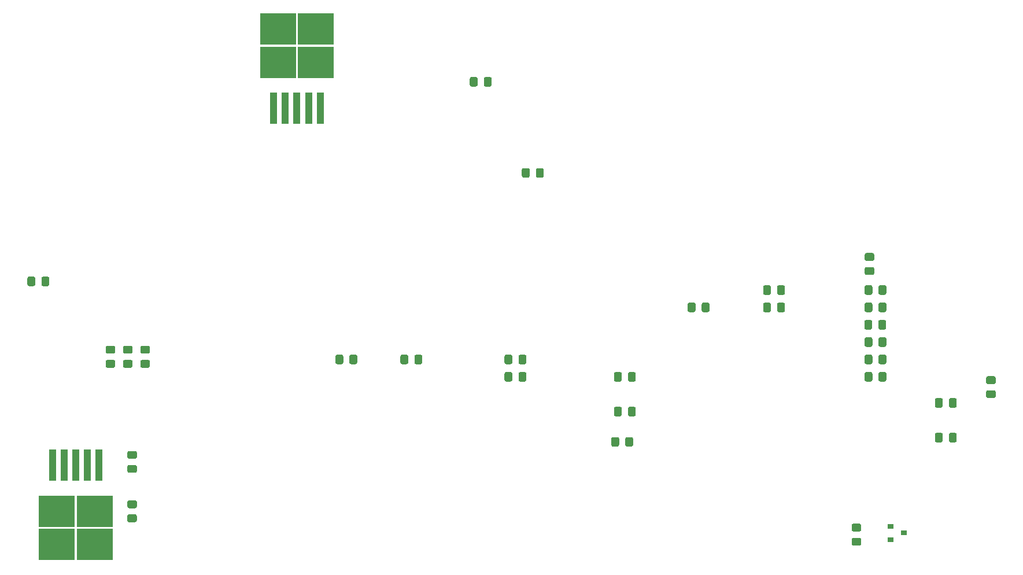
<source format=gbr>
%TF.GenerationSoftware,KiCad,Pcbnew,5.1.6-c6e7f7d~86~ubuntu18.04.1*%
%TF.CreationDate,2020-06-01T12:36:53+02:00*%
%TF.ProjectId,UPC-EURS,5550432d-4555-4525-932e-6b696361645f,rev?*%
%TF.SameCoordinates,Original*%
%TF.FileFunction,Paste,Top*%
%TF.FilePolarity,Positive*%
%FSLAX46Y46*%
G04 Gerber Fmt 4.6, Leading zero omitted, Abs format (unit mm)*
G04 Created by KiCad (PCBNEW 5.1.6-c6e7f7d~86~ubuntu18.04.1) date 2020-06-01 12:36:53*
%MOMM*%
%LPD*%
G01*
G04 APERTURE LIST*
%ADD10R,5.250000X4.550000*%
%ADD11R,1.100000X4.600000*%
%ADD12R,0.900000X0.800000*%
G04 APERTURE END LIST*
D10*
%TO.C,U1*%
X65189000Y-102235000D03*
X70739000Y-107085000D03*
X70739000Y-102235000D03*
X65189000Y-107085000D03*
D11*
X64564000Y-95510000D03*
X66264000Y-95510000D03*
X67964000Y-95510000D03*
X69664000Y-95510000D03*
X71364000Y-95510000D03*
%TD*%
%TO.C,R23*%
G36*
G01*
X169730000Y-71939999D02*
X169730000Y-72840001D01*
G75*
G02*
X169480001Y-73090000I-249999J0D01*
G01*
X168829999Y-73090000D01*
G75*
G02*
X168580000Y-72840001I0J249999D01*
G01*
X168580000Y-71939999D01*
G75*
G02*
X168829999Y-71690000I249999J0D01*
G01*
X169480001Y-71690000D01*
G75*
G02*
X169730000Y-71939999I0J-249999D01*
G01*
G37*
G36*
G01*
X171780000Y-71939999D02*
X171780000Y-72840001D01*
G75*
G02*
X171530001Y-73090000I-249999J0D01*
G01*
X170879999Y-73090000D01*
G75*
G02*
X170630000Y-72840001I0J249999D01*
G01*
X170630000Y-71939999D01*
G75*
G02*
X170879999Y-71690000I249999J0D01*
G01*
X171530001Y-71690000D01*
G75*
G02*
X171780000Y-71939999I0J-249999D01*
G01*
G37*
%TD*%
%TO.C,R22*%
G36*
G01*
X169730000Y-69399999D02*
X169730000Y-70300001D01*
G75*
G02*
X169480001Y-70550000I-249999J0D01*
G01*
X168829999Y-70550000D01*
G75*
G02*
X168580000Y-70300001I0J249999D01*
G01*
X168580000Y-69399999D01*
G75*
G02*
X168829999Y-69150000I249999J0D01*
G01*
X169480001Y-69150000D01*
G75*
G02*
X169730000Y-69399999I0J-249999D01*
G01*
G37*
G36*
G01*
X171780000Y-69399999D02*
X171780000Y-70300001D01*
G75*
G02*
X171530001Y-70550000I-249999J0D01*
G01*
X170879999Y-70550000D01*
G75*
G02*
X170630000Y-70300001I0J249999D01*
G01*
X170630000Y-69399999D01*
G75*
G02*
X170879999Y-69150000I249999J0D01*
G01*
X171530001Y-69150000D01*
G75*
G02*
X171780000Y-69399999I0J-249999D01*
G01*
G37*
%TD*%
%TO.C,R21*%
G36*
G01*
X159590000Y-72840001D02*
X159590000Y-71939999D01*
G75*
G02*
X159839999Y-71690000I249999J0D01*
G01*
X160490001Y-71690000D01*
G75*
G02*
X160740000Y-71939999I0J-249999D01*
G01*
X160740000Y-72840001D01*
G75*
G02*
X160490001Y-73090000I-249999J0D01*
G01*
X159839999Y-73090000D01*
G75*
G02*
X159590000Y-72840001I0J249999D01*
G01*
G37*
G36*
G01*
X157540000Y-72840001D02*
X157540000Y-71939999D01*
G75*
G02*
X157789999Y-71690000I249999J0D01*
G01*
X158440001Y-71690000D01*
G75*
G02*
X158690000Y-71939999I0J-249999D01*
G01*
X158690000Y-72840001D01*
G75*
G02*
X158440001Y-73090000I-249999J0D01*
G01*
X157789999Y-73090000D01*
G75*
G02*
X157540000Y-72840001I0J249999D01*
G01*
G37*
%TD*%
%TO.C,R20*%
G36*
G01*
X135315000Y-53155001D02*
X135315000Y-52254999D01*
G75*
G02*
X135564999Y-52005000I249999J0D01*
G01*
X136215001Y-52005000D01*
G75*
G02*
X136465000Y-52254999I0J-249999D01*
G01*
X136465000Y-53155001D01*
G75*
G02*
X136215001Y-53405000I-249999J0D01*
G01*
X135564999Y-53405000D01*
G75*
G02*
X135315000Y-53155001I0J249999D01*
G01*
G37*
G36*
G01*
X133265000Y-53155001D02*
X133265000Y-52254999D01*
G75*
G02*
X133514999Y-52005000I249999J0D01*
G01*
X134165001Y-52005000D01*
G75*
G02*
X134415000Y-52254999I0J-249999D01*
G01*
X134415000Y-53155001D01*
G75*
G02*
X134165001Y-53405000I-249999J0D01*
G01*
X133514999Y-53405000D01*
G75*
G02*
X133265000Y-53155001I0J249999D01*
G01*
G37*
%TD*%
%TO.C,R19*%
G36*
G01*
X182695001Y-105205000D02*
X181794999Y-105205000D01*
G75*
G02*
X181545000Y-104955001I0J249999D01*
G01*
X181545000Y-104304999D01*
G75*
G02*
X181794999Y-104055000I249999J0D01*
G01*
X182695001Y-104055000D01*
G75*
G02*
X182945000Y-104304999I0J-249999D01*
G01*
X182945000Y-104955001D01*
G75*
G02*
X182695001Y-105205000I-249999J0D01*
G01*
G37*
G36*
G01*
X182695001Y-107255000D02*
X181794999Y-107255000D01*
G75*
G02*
X181545000Y-107005001I0J249999D01*
G01*
X181545000Y-106354999D01*
G75*
G02*
X181794999Y-106105000I249999J0D01*
G01*
X182695001Y-106105000D01*
G75*
G02*
X182945000Y-106354999I0J-249999D01*
G01*
X182945000Y-107005001D01*
G75*
G02*
X182695001Y-107255000I-249999J0D01*
G01*
G37*
%TD*%
%TO.C,R18*%
G36*
G01*
X184580000Y-71939999D02*
X184580000Y-72840001D01*
G75*
G02*
X184330001Y-73090000I-249999J0D01*
G01*
X183679999Y-73090000D01*
G75*
G02*
X183430000Y-72840001I0J249999D01*
G01*
X183430000Y-71939999D01*
G75*
G02*
X183679999Y-71690000I249999J0D01*
G01*
X184330001Y-71690000D01*
G75*
G02*
X184580000Y-71939999I0J-249999D01*
G01*
G37*
G36*
G01*
X186630000Y-71939999D02*
X186630000Y-72840001D01*
G75*
G02*
X186380001Y-73090000I-249999J0D01*
G01*
X185729999Y-73090000D01*
G75*
G02*
X185480000Y-72840001I0J249999D01*
G01*
X185480000Y-71939999D01*
G75*
G02*
X185729999Y-71690000I249999J0D01*
G01*
X186380001Y-71690000D01*
G75*
G02*
X186630000Y-71939999I0J-249999D01*
G01*
G37*
%TD*%
%TO.C,R17*%
G36*
G01*
X185453000Y-75380001D02*
X185453000Y-74479999D01*
G75*
G02*
X185702999Y-74230000I249999J0D01*
G01*
X186353001Y-74230000D01*
G75*
G02*
X186603000Y-74479999I0J-249999D01*
G01*
X186603000Y-75380001D01*
G75*
G02*
X186353001Y-75630000I-249999J0D01*
G01*
X185702999Y-75630000D01*
G75*
G02*
X185453000Y-75380001I0J249999D01*
G01*
G37*
G36*
G01*
X183403000Y-75380001D02*
X183403000Y-74479999D01*
G75*
G02*
X183652999Y-74230000I249999J0D01*
G01*
X184303001Y-74230000D01*
G75*
G02*
X184553000Y-74479999I0J-249999D01*
G01*
X184553000Y-75380001D01*
G75*
G02*
X184303001Y-75630000I-249999J0D01*
G01*
X183652999Y-75630000D01*
G75*
G02*
X183403000Y-75380001I0J249999D01*
G01*
G37*
%TD*%
%TO.C,R16*%
G36*
G01*
X184580000Y-69399999D02*
X184580000Y-70300001D01*
G75*
G02*
X184330001Y-70550000I-249999J0D01*
G01*
X183679999Y-70550000D01*
G75*
G02*
X183430000Y-70300001I0J249999D01*
G01*
X183430000Y-69399999D01*
G75*
G02*
X183679999Y-69150000I249999J0D01*
G01*
X184330001Y-69150000D01*
G75*
G02*
X184580000Y-69399999I0J-249999D01*
G01*
G37*
G36*
G01*
X186630000Y-69399999D02*
X186630000Y-70300001D01*
G75*
G02*
X186380001Y-70550000I-249999J0D01*
G01*
X185729999Y-70550000D01*
G75*
G02*
X185480000Y-70300001I0J249999D01*
G01*
X185480000Y-69399999D01*
G75*
G02*
X185729999Y-69150000I249999J0D01*
G01*
X186380001Y-69150000D01*
G75*
G02*
X186630000Y-69399999I0J-249999D01*
G01*
G37*
%TD*%
%TO.C,R15*%
G36*
G01*
X73475001Y-79170000D02*
X72574999Y-79170000D01*
G75*
G02*
X72325000Y-78920001I0J249999D01*
G01*
X72325000Y-78269999D01*
G75*
G02*
X72574999Y-78020000I249999J0D01*
G01*
X73475001Y-78020000D01*
G75*
G02*
X73725000Y-78269999I0J-249999D01*
G01*
X73725000Y-78920001D01*
G75*
G02*
X73475001Y-79170000I-249999J0D01*
G01*
G37*
G36*
G01*
X73475001Y-81220000D02*
X72574999Y-81220000D01*
G75*
G02*
X72325000Y-80970001I0J249999D01*
G01*
X72325000Y-80319999D01*
G75*
G02*
X72574999Y-80070000I249999J0D01*
G01*
X73475001Y-80070000D01*
G75*
G02*
X73725000Y-80319999I0J-249999D01*
G01*
X73725000Y-80970001D01*
G75*
G02*
X73475001Y-81220000I-249999J0D01*
G01*
G37*
%TD*%
%TO.C,R14*%
G36*
G01*
X77654999Y-80070000D02*
X78555001Y-80070000D01*
G75*
G02*
X78805000Y-80319999I0J-249999D01*
G01*
X78805000Y-80970001D01*
G75*
G02*
X78555001Y-81220000I-249999J0D01*
G01*
X77654999Y-81220000D01*
G75*
G02*
X77405000Y-80970001I0J249999D01*
G01*
X77405000Y-80319999D01*
G75*
G02*
X77654999Y-80070000I249999J0D01*
G01*
G37*
G36*
G01*
X77654999Y-78020000D02*
X78555001Y-78020000D01*
G75*
G02*
X78805000Y-78269999I0J-249999D01*
G01*
X78805000Y-78920001D01*
G75*
G02*
X78555001Y-79170000I-249999J0D01*
G01*
X77654999Y-79170000D01*
G75*
G02*
X77405000Y-78920001I0J249999D01*
G01*
X77405000Y-78269999D01*
G75*
G02*
X77654999Y-78020000I249999J0D01*
G01*
G37*
%TD*%
%TO.C,R13*%
G36*
G01*
X184580000Y-79559999D02*
X184580000Y-80460001D01*
G75*
G02*
X184330001Y-80710000I-249999J0D01*
G01*
X183679999Y-80710000D01*
G75*
G02*
X183430000Y-80460001I0J249999D01*
G01*
X183430000Y-79559999D01*
G75*
G02*
X183679999Y-79310000I249999J0D01*
G01*
X184330001Y-79310000D01*
G75*
G02*
X184580000Y-79559999I0J-249999D01*
G01*
G37*
G36*
G01*
X186630000Y-79559999D02*
X186630000Y-80460001D01*
G75*
G02*
X186380001Y-80710000I-249999J0D01*
G01*
X185729999Y-80710000D01*
G75*
G02*
X185480000Y-80460001I0J249999D01*
G01*
X185480000Y-79559999D01*
G75*
G02*
X185729999Y-79310000I249999J0D01*
G01*
X186380001Y-79310000D01*
G75*
G02*
X186630000Y-79559999I0J-249999D01*
G01*
G37*
%TD*%
%TO.C,R12*%
G36*
G01*
X185480000Y-77920001D02*
X185480000Y-77019999D01*
G75*
G02*
X185729999Y-76770000I249999J0D01*
G01*
X186380001Y-76770000D01*
G75*
G02*
X186630000Y-77019999I0J-249999D01*
G01*
X186630000Y-77920001D01*
G75*
G02*
X186380001Y-78170000I-249999J0D01*
G01*
X185729999Y-78170000D01*
G75*
G02*
X185480000Y-77920001I0J249999D01*
G01*
G37*
G36*
G01*
X183430000Y-77920001D02*
X183430000Y-77019999D01*
G75*
G02*
X183679999Y-76770000I249999J0D01*
G01*
X184330001Y-76770000D01*
G75*
G02*
X184580000Y-77019999I0J-249999D01*
G01*
X184580000Y-77920001D01*
G75*
G02*
X184330001Y-78170000I-249999J0D01*
G01*
X183679999Y-78170000D01*
G75*
G02*
X183430000Y-77920001I0J249999D01*
G01*
G37*
%TD*%
%TO.C,R11*%
G36*
G01*
X75114999Y-80070000D02*
X76015001Y-80070000D01*
G75*
G02*
X76265000Y-80319999I0J-249999D01*
G01*
X76265000Y-80970001D01*
G75*
G02*
X76015001Y-81220000I-249999J0D01*
G01*
X75114999Y-81220000D01*
G75*
G02*
X74865000Y-80970001I0J249999D01*
G01*
X74865000Y-80319999D01*
G75*
G02*
X75114999Y-80070000I249999J0D01*
G01*
G37*
G36*
G01*
X75114999Y-78020000D02*
X76015001Y-78020000D01*
G75*
G02*
X76265000Y-78269999I0J-249999D01*
G01*
X76265000Y-78920001D01*
G75*
G02*
X76015001Y-79170000I-249999J0D01*
G01*
X75114999Y-79170000D01*
G75*
G02*
X74865000Y-78920001I0J249999D01*
G01*
X74865000Y-78269999D01*
G75*
G02*
X75114999Y-78020000I249999J0D01*
G01*
G37*
%TD*%
%TO.C,R10*%
G36*
G01*
X184580000Y-82099999D02*
X184580000Y-83000001D01*
G75*
G02*
X184330001Y-83250000I-249999J0D01*
G01*
X183679999Y-83250000D01*
G75*
G02*
X183430000Y-83000001I0J249999D01*
G01*
X183430000Y-82099999D01*
G75*
G02*
X183679999Y-81850000I249999J0D01*
G01*
X184330001Y-81850000D01*
G75*
G02*
X184580000Y-82099999I0J-249999D01*
G01*
G37*
G36*
G01*
X186630000Y-82099999D02*
X186630000Y-83000001D01*
G75*
G02*
X186380001Y-83250000I-249999J0D01*
G01*
X185729999Y-83250000D01*
G75*
G02*
X185480000Y-83000001I0J249999D01*
G01*
X185480000Y-82099999D01*
G75*
G02*
X185729999Y-81850000I249999J0D01*
G01*
X186380001Y-81850000D01*
G75*
G02*
X186630000Y-82099999I0J-249999D01*
G01*
G37*
%TD*%
%TO.C,R9*%
G36*
G01*
X75749999Y-95455000D02*
X76650001Y-95455000D01*
G75*
G02*
X76900000Y-95704999I0J-249999D01*
G01*
X76900000Y-96355001D01*
G75*
G02*
X76650001Y-96605000I-249999J0D01*
G01*
X75749999Y-96605000D01*
G75*
G02*
X75500000Y-96355001I0J249999D01*
G01*
X75500000Y-95704999D01*
G75*
G02*
X75749999Y-95455000I249999J0D01*
G01*
G37*
G36*
G01*
X75749999Y-93405000D02*
X76650001Y-93405000D01*
G75*
G02*
X76900000Y-93654999I0J-249999D01*
G01*
X76900000Y-94305001D01*
G75*
G02*
X76650001Y-94555000I-249999J0D01*
G01*
X75749999Y-94555000D01*
G75*
G02*
X75500000Y-94305001I0J249999D01*
G01*
X75500000Y-93654999D01*
G75*
G02*
X75749999Y-93405000I249999J0D01*
G01*
G37*
%TD*%
D12*
%TO.C,Q1*%
X189230000Y-105410000D03*
X187230000Y-106360000D03*
X187230000Y-104460000D03*
%TD*%
%TO.C,C8*%
G36*
G01*
X75749999Y-102685000D02*
X76650001Y-102685000D01*
G75*
G02*
X76900000Y-102934999I0J-249999D01*
G01*
X76900000Y-103585001D01*
G75*
G02*
X76650001Y-103835000I-249999J0D01*
G01*
X75749999Y-103835000D01*
G75*
G02*
X75500000Y-103585001I0J249999D01*
G01*
X75500000Y-102934999D01*
G75*
G02*
X75749999Y-102685000I249999J0D01*
G01*
G37*
G36*
G01*
X75749999Y-100635000D02*
X76650001Y-100635000D01*
G75*
G02*
X76900000Y-100884999I0J-249999D01*
G01*
X76900000Y-101535001D01*
G75*
G02*
X76650001Y-101785000I-249999J0D01*
G01*
X75749999Y-101785000D01*
G75*
G02*
X75500000Y-101535001I0J249999D01*
G01*
X75500000Y-100884999D01*
G75*
G02*
X75749999Y-100635000I249999J0D01*
G01*
G37*
%TD*%
%TO.C,C7*%
G36*
G01*
X62925000Y-69030001D02*
X62925000Y-68129999D01*
G75*
G02*
X63174999Y-67880000I249999J0D01*
G01*
X63825001Y-67880000D01*
G75*
G02*
X64075000Y-68129999I0J-249999D01*
G01*
X64075000Y-69030001D01*
G75*
G02*
X63825001Y-69280000I-249999J0D01*
G01*
X63174999Y-69280000D01*
G75*
G02*
X62925000Y-69030001I0J249999D01*
G01*
G37*
G36*
G01*
X60875000Y-69030001D02*
X60875000Y-68129999D01*
G75*
G02*
X61124999Y-67880000I249999J0D01*
G01*
X61775001Y-67880000D01*
G75*
G02*
X62025000Y-68129999I0J-249999D01*
G01*
X62025000Y-69030001D01*
G75*
G02*
X61775001Y-69280000I-249999J0D01*
G01*
X61124999Y-69280000D01*
G75*
G02*
X60875000Y-69030001I0J249999D01*
G01*
G37*
%TD*%
%TO.C,C3*%
G36*
G01*
X184600001Y-65590000D02*
X183699999Y-65590000D01*
G75*
G02*
X183450000Y-65340001I0J249999D01*
G01*
X183450000Y-64689999D01*
G75*
G02*
X183699999Y-64440000I249999J0D01*
G01*
X184600001Y-64440000D01*
G75*
G02*
X184850000Y-64689999I0J-249999D01*
G01*
X184850000Y-65340001D01*
G75*
G02*
X184600001Y-65590000I-249999J0D01*
G01*
G37*
G36*
G01*
X184600001Y-67640000D02*
X183699999Y-67640000D01*
G75*
G02*
X183450000Y-67390001I0J249999D01*
G01*
X183450000Y-66739999D01*
G75*
G02*
X183699999Y-66490000I249999J0D01*
G01*
X184600001Y-66490000D01*
G75*
G02*
X184850000Y-66739999I0J-249999D01*
G01*
X184850000Y-67390001D01*
G75*
G02*
X184600001Y-67640000I-249999J0D01*
G01*
G37*
%TD*%
%TO.C,C4*%
G36*
G01*
X125645000Y-39820001D02*
X125645000Y-38919999D01*
G75*
G02*
X125894999Y-38670000I249999J0D01*
G01*
X126545001Y-38670000D01*
G75*
G02*
X126795000Y-38919999I0J-249999D01*
G01*
X126795000Y-39820001D01*
G75*
G02*
X126545001Y-40070000I-249999J0D01*
G01*
X125894999Y-40070000D01*
G75*
G02*
X125645000Y-39820001I0J249999D01*
G01*
G37*
G36*
G01*
X127695000Y-39820001D02*
X127695000Y-38919999D01*
G75*
G02*
X127944999Y-38670000I249999J0D01*
G01*
X128595001Y-38670000D01*
G75*
G02*
X128845000Y-38919999I0J-249999D01*
G01*
X128845000Y-39820001D01*
G75*
G02*
X128595001Y-40070000I-249999J0D01*
G01*
X127944999Y-40070000D01*
G75*
G02*
X127695000Y-39820001I0J249999D01*
G01*
G37*
%TD*%
%TO.C,C6*%
G36*
G01*
X149555000Y-91624999D02*
X149555000Y-92525001D01*
G75*
G02*
X149305001Y-92775000I-249999J0D01*
G01*
X148654999Y-92775000D01*
G75*
G02*
X148405000Y-92525001I0J249999D01*
G01*
X148405000Y-91624999D01*
G75*
G02*
X148654999Y-91375000I249999J0D01*
G01*
X149305001Y-91375000D01*
G75*
G02*
X149555000Y-91624999I0J-249999D01*
G01*
G37*
G36*
G01*
X147505000Y-91624999D02*
X147505000Y-92525001D01*
G75*
G02*
X147255001Y-92775000I-249999J0D01*
G01*
X146604999Y-92775000D01*
G75*
G02*
X146355000Y-92525001I0J249999D01*
G01*
X146355000Y-91624999D01*
G75*
G02*
X146604999Y-91375000I249999J0D01*
G01*
X147255001Y-91375000D01*
G75*
G02*
X147505000Y-91624999I0J-249999D01*
G01*
G37*
%TD*%
%TO.C,R1*%
G36*
G01*
X131875000Y-82099999D02*
X131875000Y-83000001D01*
G75*
G02*
X131625001Y-83250000I-249999J0D01*
G01*
X130974999Y-83250000D01*
G75*
G02*
X130725000Y-83000001I0J249999D01*
G01*
X130725000Y-82099999D01*
G75*
G02*
X130974999Y-81850000I249999J0D01*
G01*
X131625001Y-81850000D01*
G75*
G02*
X131875000Y-82099999I0J-249999D01*
G01*
G37*
G36*
G01*
X133925000Y-82099999D02*
X133925000Y-83000001D01*
G75*
G02*
X133675001Y-83250000I-249999J0D01*
G01*
X133024999Y-83250000D01*
G75*
G02*
X132775000Y-83000001I0J249999D01*
G01*
X132775000Y-82099999D01*
G75*
G02*
X133024999Y-81850000I249999J0D01*
G01*
X133675001Y-81850000D01*
G75*
G02*
X133925000Y-82099999I0J-249999D01*
G01*
G37*
%TD*%
%TO.C,R2*%
G36*
G01*
X115485000Y-80460001D02*
X115485000Y-79559999D01*
G75*
G02*
X115734999Y-79310000I249999J0D01*
G01*
X116385001Y-79310000D01*
G75*
G02*
X116635000Y-79559999I0J-249999D01*
G01*
X116635000Y-80460001D01*
G75*
G02*
X116385001Y-80710000I-249999J0D01*
G01*
X115734999Y-80710000D01*
G75*
G02*
X115485000Y-80460001I0J249999D01*
G01*
G37*
G36*
G01*
X117535000Y-80460001D02*
X117535000Y-79559999D01*
G75*
G02*
X117784999Y-79310000I249999J0D01*
G01*
X118435001Y-79310000D01*
G75*
G02*
X118685000Y-79559999I0J-249999D01*
G01*
X118685000Y-80460001D01*
G75*
G02*
X118435001Y-80710000I-249999J0D01*
G01*
X117784999Y-80710000D01*
G75*
G02*
X117535000Y-80460001I0J249999D01*
G01*
G37*
%TD*%
%TO.C,R3*%
G36*
G01*
X132775000Y-80460001D02*
X132775000Y-79559999D01*
G75*
G02*
X133024999Y-79310000I249999J0D01*
G01*
X133675001Y-79310000D01*
G75*
G02*
X133925000Y-79559999I0J-249999D01*
G01*
X133925000Y-80460001D01*
G75*
G02*
X133675001Y-80710000I-249999J0D01*
G01*
X133024999Y-80710000D01*
G75*
G02*
X132775000Y-80460001I0J249999D01*
G01*
G37*
G36*
G01*
X130725000Y-80460001D02*
X130725000Y-79559999D01*
G75*
G02*
X130974999Y-79310000I249999J0D01*
G01*
X131625001Y-79310000D01*
G75*
G02*
X131875000Y-79559999I0J-249999D01*
G01*
X131875000Y-80460001D01*
G75*
G02*
X131625001Y-80710000I-249999J0D01*
G01*
X130974999Y-80710000D01*
G75*
G02*
X130725000Y-80460001I0J249999D01*
G01*
G37*
%TD*%
%TO.C,R4*%
G36*
G01*
X147895000Y-82099999D02*
X147895000Y-83000001D01*
G75*
G02*
X147645001Y-83250000I-249999J0D01*
G01*
X146994999Y-83250000D01*
G75*
G02*
X146745000Y-83000001I0J249999D01*
G01*
X146745000Y-82099999D01*
G75*
G02*
X146994999Y-81850000I249999J0D01*
G01*
X147645001Y-81850000D01*
G75*
G02*
X147895000Y-82099999I0J-249999D01*
G01*
G37*
G36*
G01*
X149945000Y-82099999D02*
X149945000Y-83000001D01*
G75*
G02*
X149695001Y-83250000I-249999J0D01*
G01*
X149044999Y-83250000D01*
G75*
G02*
X148795000Y-83000001I0J249999D01*
G01*
X148795000Y-82099999D01*
G75*
G02*
X149044999Y-81850000I249999J0D01*
G01*
X149695001Y-81850000D01*
G75*
G02*
X149945000Y-82099999I0J-249999D01*
G01*
G37*
%TD*%
%TO.C,R5*%
G36*
G01*
X201479999Y-82465000D02*
X202380001Y-82465000D01*
G75*
G02*
X202630000Y-82714999I0J-249999D01*
G01*
X202630000Y-83365001D01*
G75*
G02*
X202380001Y-83615000I-249999J0D01*
G01*
X201479999Y-83615000D01*
G75*
G02*
X201230000Y-83365001I0J249999D01*
G01*
X201230000Y-82714999D01*
G75*
G02*
X201479999Y-82465000I249999J0D01*
G01*
G37*
G36*
G01*
X201479999Y-84515000D02*
X202380001Y-84515000D01*
G75*
G02*
X202630000Y-84764999I0J-249999D01*
G01*
X202630000Y-85415001D01*
G75*
G02*
X202380001Y-85665000I-249999J0D01*
G01*
X201479999Y-85665000D01*
G75*
G02*
X201230000Y-85415001I0J249999D01*
G01*
X201230000Y-84764999D01*
G75*
G02*
X201479999Y-84515000I249999J0D01*
G01*
G37*
%TD*%
%TO.C,R6*%
G36*
G01*
X149945000Y-87179999D02*
X149945000Y-88080001D01*
G75*
G02*
X149695001Y-88330000I-249999J0D01*
G01*
X149044999Y-88330000D01*
G75*
G02*
X148795000Y-88080001I0J249999D01*
G01*
X148795000Y-87179999D01*
G75*
G02*
X149044999Y-86930000I249999J0D01*
G01*
X149695001Y-86930000D01*
G75*
G02*
X149945000Y-87179999I0J-249999D01*
G01*
G37*
G36*
G01*
X147895000Y-87179999D02*
X147895000Y-88080001D01*
G75*
G02*
X147645001Y-88330000I-249999J0D01*
G01*
X146994999Y-88330000D01*
G75*
G02*
X146745000Y-88080001I0J249999D01*
G01*
X146745000Y-87179999D01*
G75*
G02*
X146994999Y-86930000I249999J0D01*
G01*
X147645001Y-86930000D01*
G75*
G02*
X147895000Y-87179999I0J-249999D01*
G01*
G37*
%TD*%
%TO.C,R7*%
G36*
G01*
X194885000Y-85909999D02*
X194885000Y-86810001D01*
G75*
G02*
X194635001Y-87060000I-249999J0D01*
G01*
X193984999Y-87060000D01*
G75*
G02*
X193735000Y-86810001I0J249999D01*
G01*
X193735000Y-85909999D01*
G75*
G02*
X193984999Y-85660000I249999J0D01*
G01*
X194635001Y-85660000D01*
G75*
G02*
X194885000Y-85909999I0J-249999D01*
G01*
G37*
G36*
G01*
X196935000Y-85909999D02*
X196935000Y-86810001D01*
G75*
G02*
X196685001Y-87060000I-249999J0D01*
G01*
X196034999Y-87060000D01*
G75*
G02*
X195785000Y-86810001I0J249999D01*
G01*
X195785000Y-85909999D01*
G75*
G02*
X196034999Y-85660000I249999J0D01*
G01*
X196685001Y-85660000D01*
G75*
G02*
X196935000Y-85909999I0J-249999D01*
G01*
G37*
%TD*%
%TO.C,R8*%
G36*
G01*
X196935000Y-90989999D02*
X196935000Y-91890001D01*
G75*
G02*
X196685001Y-92140000I-249999J0D01*
G01*
X196034999Y-92140000D01*
G75*
G02*
X195785000Y-91890001I0J249999D01*
G01*
X195785000Y-90989999D01*
G75*
G02*
X196034999Y-90740000I249999J0D01*
G01*
X196685001Y-90740000D01*
G75*
G02*
X196935000Y-90989999I0J-249999D01*
G01*
G37*
G36*
G01*
X194885000Y-90989999D02*
X194885000Y-91890001D01*
G75*
G02*
X194635001Y-92140000I-249999J0D01*
G01*
X193984999Y-92140000D01*
G75*
G02*
X193735000Y-91890001I0J249999D01*
G01*
X193735000Y-90989999D01*
G75*
G02*
X193984999Y-90740000I249999J0D01*
G01*
X194635001Y-90740000D01*
G75*
G02*
X194885000Y-90989999I0J-249999D01*
G01*
G37*
%TD*%
%TO.C,C9*%
G36*
G01*
X109160000Y-79559999D02*
X109160000Y-80460001D01*
G75*
G02*
X108910001Y-80710000I-249999J0D01*
G01*
X108259999Y-80710000D01*
G75*
G02*
X108010000Y-80460001I0J249999D01*
G01*
X108010000Y-79559999D01*
G75*
G02*
X108259999Y-79310000I249999J0D01*
G01*
X108910001Y-79310000D01*
G75*
G02*
X109160000Y-79559999I0J-249999D01*
G01*
G37*
G36*
G01*
X107110000Y-79559999D02*
X107110000Y-80460001D01*
G75*
G02*
X106860001Y-80710000I-249999J0D01*
G01*
X106209999Y-80710000D01*
G75*
G02*
X105960000Y-80460001I0J249999D01*
G01*
X105960000Y-79559999D01*
G75*
G02*
X106209999Y-79310000I249999J0D01*
G01*
X106860001Y-79310000D01*
G75*
G02*
X107110000Y-79559999I0J-249999D01*
G01*
G37*
%TD*%
D11*
%TO.C,U2*%
X96930000Y-43240000D03*
X98630000Y-43240000D03*
X100330000Y-43240000D03*
X102030000Y-43240000D03*
X103730000Y-43240000D03*
D10*
X103105000Y-31665000D03*
X97555000Y-36515000D03*
X97555000Y-31665000D03*
X103105000Y-36515000D03*
%TD*%
M02*

</source>
